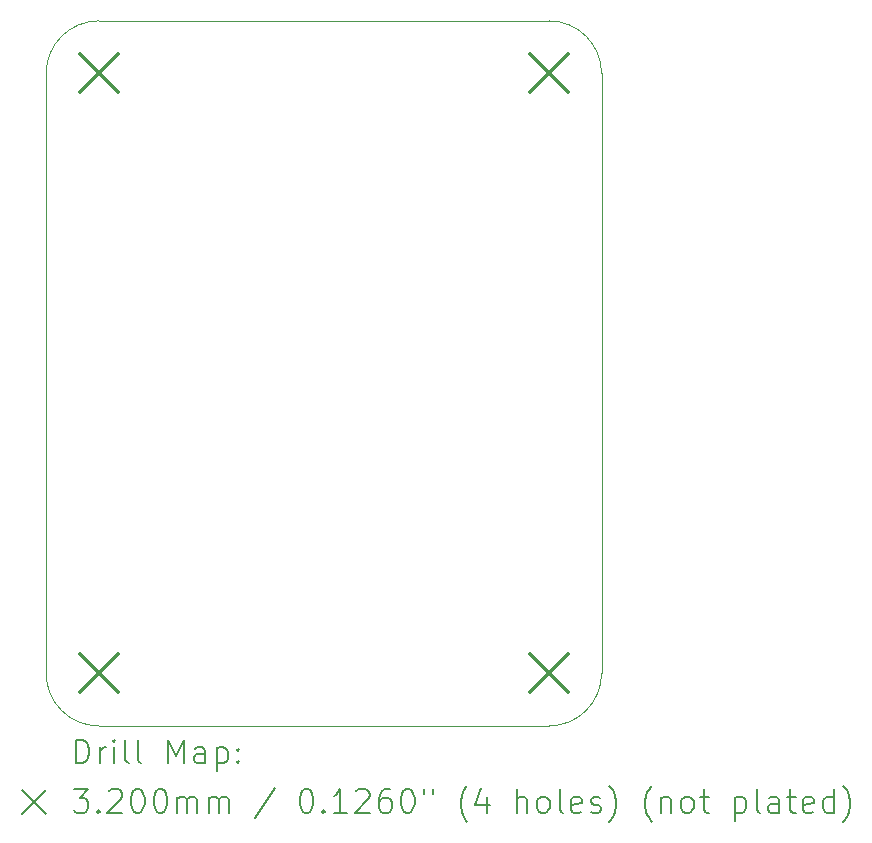
<source format=gbr>
%FSLAX45Y45*%
G04 Gerber Fmt 4.5, Leading zero omitted, Abs format (unit mm)*
G04 Created by KiCad (PCBNEW (6.0.1-0)) date 2022-10-24 19:00:19*
%MOMM*%
%LPD*%
G01*
G04 APERTURE LIST*
%TA.AperFunction,Profile*%
%ADD10C,0.100000*%
%TD*%
%ADD11C,0.200000*%
%ADD12C,0.320000*%
G04 APERTURE END LIST*
D10*
X16767190Y-7429500D02*
X16767190Y-12509500D01*
X12509500Y-6985000D02*
G75*
G03*
X12065000Y-7429500I0J-444500D01*
G01*
X16322690Y-12954000D02*
X12509500Y-12954000D01*
X16767190Y-7429500D02*
G75*
G03*
X16322690Y-6985000I-444500J0D01*
G01*
X12065000Y-12509500D02*
X12065000Y-7429500D01*
X12509500Y-6985000D02*
X16322690Y-6985000D01*
X16322690Y-12954000D02*
G75*
G03*
X16767190Y-12509500I0J444500D01*
G01*
X12065000Y-12509500D02*
G75*
G03*
X12509500Y-12954000I444500J0D01*
G01*
D11*
D12*
X12349500Y-7269500D02*
X12669500Y-7589500D01*
X12669500Y-7269500D02*
X12349500Y-7589500D01*
X12349500Y-12349500D02*
X12669500Y-12669500D01*
X12669500Y-12349500D02*
X12349500Y-12669500D01*
X16159500Y-7269500D02*
X16479500Y-7589500D01*
X16479500Y-7269500D02*
X16159500Y-7589500D01*
X16159500Y-12349500D02*
X16479500Y-12669500D01*
X16479500Y-12349500D02*
X16159500Y-12669500D01*
D11*
X12317619Y-13269476D02*
X12317619Y-13069476D01*
X12365238Y-13069476D01*
X12393809Y-13079000D01*
X12412857Y-13098048D01*
X12422381Y-13117095D01*
X12431905Y-13155190D01*
X12431905Y-13183762D01*
X12422381Y-13221857D01*
X12412857Y-13240905D01*
X12393809Y-13259952D01*
X12365238Y-13269476D01*
X12317619Y-13269476D01*
X12517619Y-13269476D02*
X12517619Y-13136143D01*
X12517619Y-13174238D02*
X12527143Y-13155190D01*
X12536667Y-13145667D01*
X12555714Y-13136143D01*
X12574762Y-13136143D01*
X12641428Y-13269476D02*
X12641428Y-13136143D01*
X12641428Y-13069476D02*
X12631905Y-13079000D01*
X12641428Y-13088524D01*
X12650952Y-13079000D01*
X12641428Y-13069476D01*
X12641428Y-13088524D01*
X12765238Y-13269476D02*
X12746190Y-13259952D01*
X12736667Y-13240905D01*
X12736667Y-13069476D01*
X12870000Y-13269476D02*
X12850952Y-13259952D01*
X12841428Y-13240905D01*
X12841428Y-13069476D01*
X13098571Y-13269476D02*
X13098571Y-13069476D01*
X13165238Y-13212333D01*
X13231905Y-13069476D01*
X13231905Y-13269476D01*
X13412857Y-13269476D02*
X13412857Y-13164714D01*
X13403333Y-13145667D01*
X13384286Y-13136143D01*
X13346190Y-13136143D01*
X13327143Y-13145667D01*
X13412857Y-13259952D02*
X13393809Y-13269476D01*
X13346190Y-13269476D01*
X13327143Y-13259952D01*
X13317619Y-13240905D01*
X13317619Y-13221857D01*
X13327143Y-13202809D01*
X13346190Y-13193286D01*
X13393809Y-13193286D01*
X13412857Y-13183762D01*
X13508095Y-13136143D02*
X13508095Y-13336143D01*
X13508095Y-13145667D02*
X13527143Y-13136143D01*
X13565238Y-13136143D01*
X13584286Y-13145667D01*
X13593809Y-13155190D01*
X13603333Y-13174238D01*
X13603333Y-13231381D01*
X13593809Y-13250428D01*
X13584286Y-13259952D01*
X13565238Y-13269476D01*
X13527143Y-13269476D01*
X13508095Y-13259952D01*
X13689048Y-13250428D02*
X13698571Y-13259952D01*
X13689048Y-13269476D01*
X13679524Y-13259952D01*
X13689048Y-13250428D01*
X13689048Y-13269476D01*
X13689048Y-13145667D02*
X13698571Y-13155190D01*
X13689048Y-13164714D01*
X13679524Y-13155190D01*
X13689048Y-13145667D01*
X13689048Y-13164714D01*
X11860000Y-13499000D02*
X12060000Y-13699000D01*
X12060000Y-13499000D02*
X11860000Y-13699000D01*
X12298571Y-13489476D02*
X12422381Y-13489476D01*
X12355714Y-13565667D01*
X12384286Y-13565667D01*
X12403333Y-13575190D01*
X12412857Y-13584714D01*
X12422381Y-13603762D01*
X12422381Y-13651381D01*
X12412857Y-13670428D01*
X12403333Y-13679952D01*
X12384286Y-13689476D01*
X12327143Y-13689476D01*
X12308095Y-13679952D01*
X12298571Y-13670428D01*
X12508095Y-13670428D02*
X12517619Y-13679952D01*
X12508095Y-13689476D01*
X12498571Y-13679952D01*
X12508095Y-13670428D01*
X12508095Y-13689476D01*
X12593809Y-13508524D02*
X12603333Y-13499000D01*
X12622381Y-13489476D01*
X12670000Y-13489476D01*
X12689048Y-13499000D01*
X12698571Y-13508524D01*
X12708095Y-13527571D01*
X12708095Y-13546619D01*
X12698571Y-13575190D01*
X12584286Y-13689476D01*
X12708095Y-13689476D01*
X12831905Y-13489476D02*
X12850952Y-13489476D01*
X12870000Y-13499000D01*
X12879524Y-13508524D01*
X12889048Y-13527571D01*
X12898571Y-13565667D01*
X12898571Y-13613286D01*
X12889048Y-13651381D01*
X12879524Y-13670428D01*
X12870000Y-13679952D01*
X12850952Y-13689476D01*
X12831905Y-13689476D01*
X12812857Y-13679952D01*
X12803333Y-13670428D01*
X12793809Y-13651381D01*
X12784286Y-13613286D01*
X12784286Y-13565667D01*
X12793809Y-13527571D01*
X12803333Y-13508524D01*
X12812857Y-13499000D01*
X12831905Y-13489476D01*
X13022381Y-13489476D02*
X13041428Y-13489476D01*
X13060476Y-13499000D01*
X13070000Y-13508524D01*
X13079524Y-13527571D01*
X13089048Y-13565667D01*
X13089048Y-13613286D01*
X13079524Y-13651381D01*
X13070000Y-13670428D01*
X13060476Y-13679952D01*
X13041428Y-13689476D01*
X13022381Y-13689476D01*
X13003333Y-13679952D01*
X12993809Y-13670428D01*
X12984286Y-13651381D01*
X12974762Y-13613286D01*
X12974762Y-13565667D01*
X12984286Y-13527571D01*
X12993809Y-13508524D01*
X13003333Y-13499000D01*
X13022381Y-13489476D01*
X13174762Y-13689476D02*
X13174762Y-13556143D01*
X13174762Y-13575190D02*
X13184286Y-13565667D01*
X13203333Y-13556143D01*
X13231905Y-13556143D01*
X13250952Y-13565667D01*
X13260476Y-13584714D01*
X13260476Y-13689476D01*
X13260476Y-13584714D02*
X13270000Y-13565667D01*
X13289048Y-13556143D01*
X13317619Y-13556143D01*
X13336667Y-13565667D01*
X13346190Y-13584714D01*
X13346190Y-13689476D01*
X13441428Y-13689476D02*
X13441428Y-13556143D01*
X13441428Y-13575190D02*
X13450952Y-13565667D01*
X13470000Y-13556143D01*
X13498571Y-13556143D01*
X13517619Y-13565667D01*
X13527143Y-13584714D01*
X13527143Y-13689476D01*
X13527143Y-13584714D02*
X13536667Y-13565667D01*
X13555714Y-13556143D01*
X13584286Y-13556143D01*
X13603333Y-13565667D01*
X13612857Y-13584714D01*
X13612857Y-13689476D01*
X14003333Y-13479952D02*
X13831905Y-13737095D01*
X14260476Y-13489476D02*
X14279524Y-13489476D01*
X14298571Y-13499000D01*
X14308095Y-13508524D01*
X14317619Y-13527571D01*
X14327143Y-13565667D01*
X14327143Y-13613286D01*
X14317619Y-13651381D01*
X14308095Y-13670428D01*
X14298571Y-13679952D01*
X14279524Y-13689476D01*
X14260476Y-13689476D01*
X14241428Y-13679952D01*
X14231905Y-13670428D01*
X14222381Y-13651381D01*
X14212857Y-13613286D01*
X14212857Y-13565667D01*
X14222381Y-13527571D01*
X14231905Y-13508524D01*
X14241428Y-13499000D01*
X14260476Y-13489476D01*
X14412857Y-13670428D02*
X14422381Y-13679952D01*
X14412857Y-13689476D01*
X14403333Y-13679952D01*
X14412857Y-13670428D01*
X14412857Y-13689476D01*
X14612857Y-13689476D02*
X14498571Y-13689476D01*
X14555714Y-13689476D02*
X14555714Y-13489476D01*
X14536667Y-13518048D01*
X14517619Y-13537095D01*
X14498571Y-13546619D01*
X14689048Y-13508524D02*
X14698571Y-13499000D01*
X14717619Y-13489476D01*
X14765238Y-13489476D01*
X14784286Y-13499000D01*
X14793809Y-13508524D01*
X14803333Y-13527571D01*
X14803333Y-13546619D01*
X14793809Y-13575190D01*
X14679524Y-13689476D01*
X14803333Y-13689476D01*
X14974762Y-13489476D02*
X14936667Y-13489476D01*
X14917619Y-13499000D01*
X14908095Y-13508524D01*
X14889048Y-13537095D01*
X14879524Y-13575190D01*
X14879524Y-13651381D01*
X14889048Y-13670428D01*
X14898571Y-13679952D01*
X14917619Y-13689476D01*
X14955714Y-13689476D01*
X14974762Y-13679952D01*
X14984286Y-13670428D01*
X14993809Y-13651381D01*
X14993809Y-13603762D01*
X14984286Y-13584714D01*
X14974762Y-13575190D01*
X14955714Y-13565667D01*
X14917619Y-13565667D01*
X14898571Y-13575190D01*
X14889048Y-13584714D01*
X14879524Y-13603762D01*
X15117619Y-13489476D02*
X15136667Y-13489476D01*
X15155714Y-13499000D01*
X15165238Y-13508524D01*
X15174762Y-13527571D01*
X15184286Y-13565667D01*
X15184286Y-13613286D01*
X15174762Y-13651381D01*
X15165238Y-13670428D01*
X15155714Y-13679952D01*
X15136667Y-13689476D01*
X15117619Y-13689476D01*
X15098571Y-13679952D01*
X15089048Y-13670428D01*
X15079524Y-13651381D01*
X15070000Y-13613286D01*
X15070000Y-13565667D01*
X15079524Y-13527571D01*
X15089048Y-13508524D01*
X15098571Y-13499000D01*
X15117619Y-13489476D01*
X15260476Y-13489476D02*
X15260476Y-13527571D01*
X15336667Y-13489476D02*
X15336667Y-13527571D01*
X15631905Y-13765667D02*
X15622381Y-13756143D01*
X15603333Y-13727571D01*
X15593809Y-13708524D01*
X15584286Y-13679952D01*
X15574762Y-13632333D01*
X15574762Y-13594238D01*
X15584286Y-13546619D01*
X15593809Y-13518048D01*
X15603333Y-13499000D01*
X15622381Y-13470428D01*
X15631905Y-13460905D01*
X15793809Y-13556143D02*
X15793809Y-13689476D01*
X15746190Y-13479952D02*
X15698571Y-13622809D01*
X15822381Y-13622809D01*
X16050952Y-13689476D02*
X16050952Y-13489476D01*
X16136667Y-13689476D02*
X16136667Y-13584714D01*
X16127143Y-13565667D01*
X16108095Y-13556143D01*
X16079524Y-13556143D01*
X16060476Y-13565667D01*
X16050952Y-13575190D01*
X16260476Y-13689476D02*
X16241428Y-13679952D01*
X16231905Y-13670428D01*
X16222381Y-13651381D01*
X16222381Y-13594238D01*
X16231905Y-13575190D01*
X16241428Y-13565667D01*
X16260476Y-13556143D01*
X16289048Y-13556143D01*
X16308095Y-13565667D01*
X16317619Y-13575190D01*
X16327143Y-13594238D01*
X16327143Y-13651381D01*
X16317619Y-13670428D01*
X16308095Y-13679952D01*
X16289048Y-13689476D01*
X16260476Y-13689476D01*
X16441428Y-13689476D02*
X16422381Y-13679952D01*
X16412857Y-13660905D01*
X16412857Y-13489476D01*
X16593809Y-13679952D02*
X16574762Y-13689476D01*
X16536667Y-13689476D01*
X16517619Y-13679952D01*
X16508095Y-13660905D01*
X16508095Y-13584714D01*
X16517619Y-13565667D01*
X16536667Y-13556143D01*
X16574762Y-13556143D01*
X16593809Y-13565667D01*
X16603333Y-13584714D01*
X16603333Y-13603762D01*
X16508095Y-13622809D01*
X16679524Y-13679952D02*
X16698571Y-13689476D01*
X16736667Y-13689476D01*
X16755714Y-13679952D01*
X16765238Y-13660905D01*
X16765238Y-13651381D01*
X16755714Y-13632333D01*
X16736667Y-13622809D01*
X16708095Y-13622809D01*
X16689048Y-13613286D01*
X16679524Y-13594238D01*
X16679524Y-13584714D01*
X16689048Y-13565667D01*
X16708095Y-13556143D01*
X16736667Y-13556143D01*
X16755714Y-13565667D01*
X16831905Y-13765667D02*
X16841429Y-13756143D01*
X16860476Y-13727571D01*
X16870000Y-13708524D01*
X16879524Y-13679952D01*
X16889048Y-13632333D01*
X16889048Y-13594238D01*
X16879524Y-13546619D01*
X16870000Y-13518048D01*
X16860476Y-13499000D01*
X16841429Y-13470428D01*
X16831905Y-13460905D01*
X17193810Y-13765667D02*
X17184286Y-13756143D01*
X17165238Y-13727571D01*
X17155714Y-13708524D01*
X17146190Y-13679952D01*
X17136667Y-13632333D01*
X17136667Y-13594238D01*
X17146190Y-13546619D01*
X17155714Y-13518048D01*
X17165238Y-13499000D01*
X17184286Y-13470428D01*
X17193810Y-13460905D01*
X17270000Y-13556143D02*
X17270000Y-13689476D01*
X17270000Y-13575190D02*
X17279524Y-13565667D01*
X17298571Y-13556143D01*
X17327143Y-13556143D01*
X17346190Y-13565667D01*
X17355714Y-13584714D01*
X17355714Y-13689476D01*
X17479524Y-13689476D02*
X17460476Y-13679952D01*
X17450952Y-13670428D01*
X17441429Y-13651381D01*
X17441429Y-13594238D01*
X17450952Y-13575190D01*
X17460476Y-13565667D01*
X17479524Y-13556143D01*
X17508095Y-13556143D01*
X17527143Y-13565667D01*
X17536667Y-13575190D01*
X17546190Y-13594238D01*
X17546190Y-13651381D01*
X17536667Y-13670428D01*
X17527143Y-13679952D01*
X17508095Y-13689476D01*
X17479524Y-13689476D01*
X17603333Y-13556143D02*
X17679524Y-13556143D01*
X17631905Y-13489476D02*
X17631905Y-13660905D01*
X17641429Y-13679952D01*
X17660476Y-13689476D01*
X17679524Y-13689476D01*
X17898571Y-13556143D02*
X17898571Y-13756143D01*
X17898571Y-13565667D02*
X17917619Y-13556143D01*
X17955714Y-13556143D01*
X17974762Y-13565667D01*
X17984286Y-13575190D01*
X17993810Y-13594238D01*
X17993810Y-13651381D01*
X17984286Y-13670428D01*
X17974762Y-13679952D01*
X17955714Y-13689476D01*
X17917619Y-13689476D01*
X17898571Y-13679952D01*
X18108095Y-13689476D02*
X18089048Y-13679952D01*
X18079524Y-13660905D01*
X18079524Y-13489476D01*
X18270000Y-13689476D02*
X18270000Y-13584714D01*
X18260476Y-13565667D01*
X18241429Y-13556143D01*
X18203333Y-13556143D01*
X18184286Y-13565667D01*
X18270000Y-13679952D02*
X18250952Y-13689476D01*
X18203333Y-13689476D01*
X18184286Y-13679952D01*
X18174762Y-13660905D01*
X18174762Y-13641857D01*
X18184286Y-13622809D01*
X18203333Y-13613286D01*
X18250952Y-13613286D01*
X18270000Y-13603762D01*
X18336667Y-13556143D02*
X18412857Y-13556143D01*
X18365238Y-13489476D02*
X18365238Y-13660905D01*
X18374762Y-13679952D01*
X18393810Y-13689476D01*
X18412857Y-13689476D01*
X18555714Y-13679952D02*
X18536667Y-13689476D01*
X18498571Y-13689476D01*
X18479524Y-13679952D01*
X18470000Y-13660905D01*
X18470000Y-13584714D01*
X18479524Y-13565667D01*
X18498571Y-13556143D01*
X18536667Y-13556143D01*
X18555714Y-13565667D01*
X18565238Y-13584714D01*
X18565238Y-13603762D01*
X18470000Y-13622809D01*
X18736667Y-13689476D02*
X18736667Y-13489476D01*
X18736667Y-13679952D02*
X18717619Y-13689476D01*
X18679524Y-13689476D01*
X18660476Y-13679952D01*
X18650952Y-13670428D01*
X18641429Y-13651381D01*
X18641429Y-13594238D01*
X18650952Y-13575190D01*
X18660476Y-13565667D01*
X18679524Y-13556143D01*
X18717619Y-13556143D01*
X18736667Y-13565667D01*
X18812857Y-13765667D02*
X18822381Y-13756143D01*
X18841429Y-13727571D01*
X18850952Y-13708524D01*
X18860476Y-13679952D01*
X18870000Y-13632333D01*
X18870000Y-13594238D01*
X18860476Y-13546619D01*
X18850952Y-13518048D01*
X18841429Y-13499000D01*
X18822381Y-13470428D01*
X18812857Y-13460905D01*
M02*

</source>
